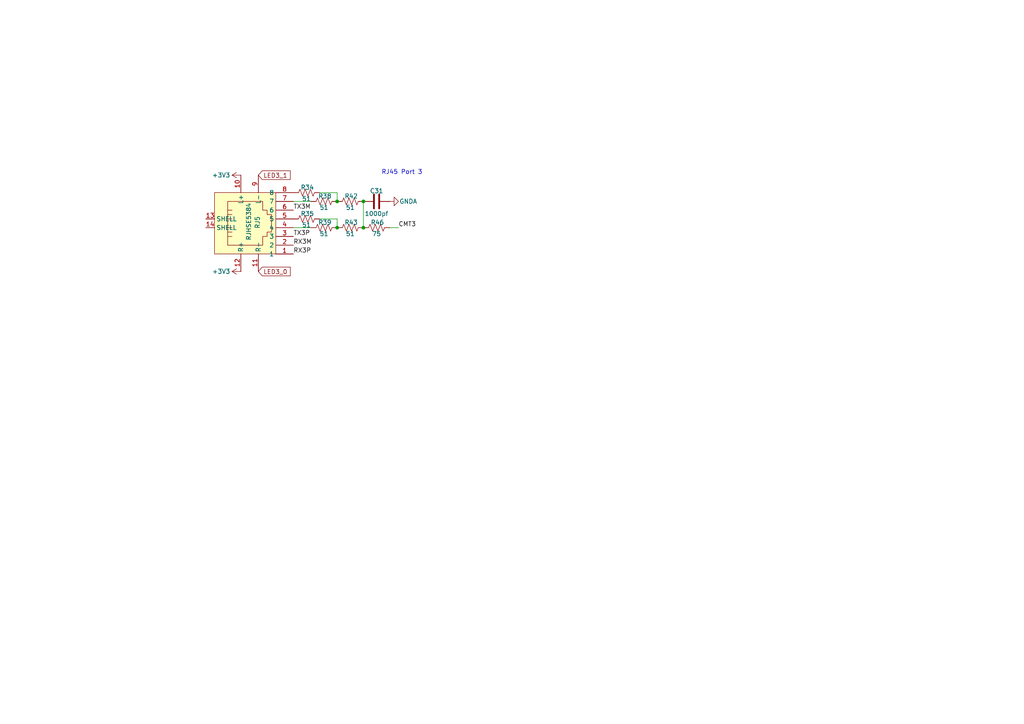
<source format=kicad_sch>
(kicad_sch (version 20250114) (generator "eeschema") (generator_version "9.0")
  (paper "A4")
  (title_block (date "2025-04-01") (rev "1") (company "Bronco Space") (comment 1 "SCALES") (comment 2 "By John Pollak"))
  (lib_symbols
    (symbol "Device:C" (pin_numbers (hide yes)) (pin_names (offset 0.254))
      (property "Reference" "C" (at 0.635 2.54 0))
      (property "Value" "C" (at 0.635 -2.54 0))
      (symbol "C_0_1"
        (polyline (pts (xy -2.032 0.762) (xy 2.032 0.762)) (stroke (width 0.508)))
        (polyline (pts (xy -2.032 -0.762) (xy 2.032 -0.762)) (stroke (width 0.508)))
      )
      (symbol "C_1_1"
        (pin passive line (at 0 3.81 270) (length 2.794) (name "~") (number "1"))
        (pin passive line (at 0 -3.81 90) (length 2.794) (name "~") (number "2"))
      )
    )
    (symbol "Device:R_US" (pin_numbers (hide yes)) (pin_names (offset 0))
      (property "Reference" "R" (at 2.54 0 90))
      (property "Value" "R_US" (at -2.54 0 90))
      (symbol "R_US_0_1"
        (polyline (pts (xy 0 2.286) (xy 0 2.54)))
        (polyline (pts (xy 0 2.286) (xy 1.016 1.905) (xy 0 1.524) (xy -1.016 1.143) (xy 0 0.762)))
        (polyline (pts (xy 0 0.762) (xy 1.016 0.381) (xy 0 0) (xy -1.016 -0.381) (xy 0 -0.762)))
        (polyline (pts (xy 0 -0.762) (xy 1.016 -1.143) (xy 0 -1.524) (xy -1.016 -1.905) (xy 0 -2.286)))
        (polyline (pts (xy 0 -2.286) (xy 0 -2.54)))
      )
      (symbol "R_US_1_1"
        (pin passive line (at 0 3.81 270) (length 1.27) (name "~") (number "1"))
        (pin passive line (at 0 -3.81 90) (length 1.27) (name "~") (number "2"))
      )
    )
    (symbol "easyeda2kicad:RJHSE5384"
      (property "Reference" "RJ" (at 0 17.78 0))
      (property "Value" "RJHSE5384" (at 0 -17.78 0))
      (symbol "RJHSE5384_0_1"
        (rectangle (start -10.16 10.16) (end 7.62 -7.62) (fill (type background)))
        (polyline (pts (xy -5.08 6.35) (xy -5.08 5.08) (xy -5.08 5.08)))
        (polyline (pts (xy -3.81 6.35) (xy -3.81 5.08) (xy -3.81 5.08)))
        (polyline (pts (xy -2.54 6.35) (xy -2.54 5.08) (xy -2.54 5.08)))
        (polyline (pts (xy 0 6.35) (xy 0 5.08) (xy 0 5.08)))
        (polyline (pts (xy 1.27 6.35) (xy 1.27 5.08) (xy 1.27 5.08)))
        (polyline (pts (xy 2.54 6.35) (xy 2.54 5.08) (xy 2.54 5.08)))
        (polyline (pts (xy 5.08 6.35) (xy -7.62 6.35) (xy -7.62 -3.81) (xy -5.08 -3.81) (xy -5.08 -5.08) (xy -3.81 -5.08) (xy -3.81 -5.08) (xy -3.81 -6.35) (xy 1.27 -6.35) (xy 1.27 -5.08) (xy 2.54 -5.08) (xy 2.54 -3.81) (xy 5.08 -3.81) (xy 5.08 6.35) (xy 5.08 5.08)))
        (pin unspecified line (at -15.24 2.54 0) (length 5.08) (name "R+") (number "12"))
        (pin unspecified line (at -15.24 -2.54 0) (length 5.08) (name "R-") (number "11"))
        (pin unspecified line (at -10.16 -12.7 90) (length 5.08) (name "1") (number "1"))
        (pin unspecified line (at -7.62 -12.7 90) (length 5.08) (name "2") (number "2"))
        (pin unspecified line (at -5.08 -12.7 90) (length 5.08) (name "3") (number "3"))
        (pin unspecified line (at -2.54 12.7 270) (length 2.54) (name "SHELL") (number "14"))
        (pin unspecified line (at -2.54 -12.7 90) (length 5.08) (name "4") (number "4"))
        (pin unspecified line (at 0 12.7 270) (length 2.54) (name "SHELL") (number "13"))
        (pin unspecified line (at 0 -12.7 90) (length 5.08) (name "5") (number "5"))
        (pin unspecified line (at 2.54 -12.7 90) (length 5.08) (name "6") (number "6"))
        (pin unspecified line (at 5.08 -12.7 90) (length 5.08) (name "7") (number "7"))
        (pin unspecified line (at 7.62 -12.7 90) (length 5.08) (name "8") (number "8"))
        (pin unspecified line (at 12.7 2.54 180) (length 5.08) (name "L+") (number "10"))
        (pin unspecified line (at 12.7 -2.54 180) (length 5.08) (name "L-") (number "9"))
      )
    )
    (symbol "power:+3V3" (power) (pin_numbers (hide yes)) (pin_names (offset 0) (hide yes))
      (property "Value" "+3V3" (at 0 3.556 0))
      (symbol "+3V3_0_1"
        (polyline (pts (xy -0.762 1.27) (xy 0 2.54)))
        (polyline (pts (xy 0 2.54) (xy 0.762 1.27)))
        (polyline (pts (xy 0 0) (xy 0 2.54)))
      )
      (symbol "+3V3_1_1"
        (pin power_in line (at 0 0 90) (length 0) (name "~") (number "1"))
      )
    )
    (symbol "power:GND" (power) (pin_numbers (hide yes)) (pin_names (offset 0) (hide yes))
      (property "Value" "GND" (at 0 -3.81 0))
      (symbol "GND_0_1"
        (polyline (pts (xy 0 0) (xy 0 -1.27) (xy 1.27 -1.27) (xy 0 -2.54) (xy -1.27 -1.27) (xy 0 -1.27)))
      )
      (symbol "GND_1_1"
        (pin power_in line (at 0 0 270) (length 0) (name "~") (number "1"))
      )
    )
  )
  (text "RJ45 Port 3" (at 116.586 50.038 0) (effects (font (size 1.27 1.27))))
  (junction (at 97.79 58.42))
  (junction (at 105.41 58.42))
  (junction (at 97.79 66.04))
  (junction (at 105.41 66.04))
  (wire (pts (xy 105.41 58.42) (xy 105.41 66.04)))
  (wire (pts (xy 92.71 55.88) (xy 97.79 55.88)))
  (wire (pts (xy 92.71 63.5) (xy 97.79 63.5)))
  (wire (pts (xy 97.79 58.42) (xy 97.79 55.88)))
  (wire (pts (xy 85.09 58.42) (xy 90.17 58.42)))
  (wire (pts (xy 90.17 66.04) (xy 85.09 66.04)))
  (wire (pts (xy 115.57 66.04) (xy 113.03 66.04)))
  (wire (pts (xy 97.79 63.5) (xy 97.79 66.04)))
  (label "RX3P" (at 85.09 73.66 0))
  (label "CMT3" (at 115.57 66.04 0))
  (label "TX3P" (at 85.09 68.58 0))
  (label "TX3M" (at 85.09 60.96 0))
  (label "RX3M" (at 85.09 71.12 0))
  (global_label "LED3_0" (shape input) (at 74.93 78.74 0) (property "Intersheetrefs" "${INTERSHEET_REFS}" (effects (hide yes))))
  (global_label "LED3_1" (shape input) (at 74.93 50.8 0) (property "Intersheetrefs" "${INTERSHEET_REFS}" (effects (hide yes))))
  (symbol (lib_id "Device:R_US") (at 101.6 66.04 90) (unit 1)
    (property "Reference" "R43" (at 101.854 64.516 90))
    (property "Value" "51" (at 101.6 67.818 90))
    (property "Footprint" "Resistor_SMD:R_0603_1608Metric" (effects (hide yes)))
    (property "Description" "Resistor, US symbol" (effects (hide yes)))
  )
  (symbol (lib_id "power:+3V3") (at 69.85 78.74 90) (unit 1)
    (property "Reference" "#PWR087" (effects (hide yes)))
    (property "Value" "+3V3" (at 66.802 78.74 90) (effects (justify left)))
    (property "Description" "Power symbol creates a global label with name \"+3V3\"" (effects (hide yes)))
  )
  (symbol (lib_id "Device:R_US") (at 109.22 66.04 90) (unit 1)
    (property "Reference" "R46" (at 109.474 64.516 90))
    (property "Value" "75" (at 109.22 67.818 90))
    (property "Footprint" "Resistor_SMD:R_0603_1608Metric" (effects (hide yes)))
    (property "Description" "Resistor, US symbol" (effects (hide yes)))
  )
  (symbol (lib_id "Device:R_US") (at 93.98 58.42 90) (unit 1)
    (property "Reference" "R38" (at 94.234 56.896 90))
    (property "Value" "51" (at 93.98 60.198 90))
    (property "Footprint" "Resistor_SMD:R_0603_1608Metric" (effects (hide yes)))
    (property "Description" "Resistor, US symbol" (effects (hide yes)))
  )
  (symbol (lib_id "Device:C") (at 109.22 58.42 90) (unit 1)
    (property "Reference" "C31" (at 109.22 55.372 90))
    (property "Value" "1000pf" (at 109.22 61.976 90))
    (property "Footprint" "Capacitor_SMD:C_0402_1005Metric" (effects (hide yes)))
    (property "Description" "Unpolarized capacitor" (effects (hide yes)))
  )
  (symbol (lib_id "easyeda2kicad:RJHSE5384") (at 72.39 63.5 90) (unit 1)
    (property "Reference" "RJ5" (at 74.676 64.516 0))
    (property "Value" "RJHSE5384" (at 72.136 64.262 0))
    (property "Footprint" "easyeda2kicad:RJ45-TH_RJHSE5384" (effects (hide yes)))
    (property "Datasheet" "https://jlcpcb.com/partdetail/AmphenolIcc-RJHSE5384/C464587" (effects (hide yes)))
    (property "LCSC Part" "C464587" (effects (hide yes)))
  )
  (symbol (lib_id "Device:R_US") (at 93.98 66.04 90) (unit 1)
    (property "Reference" "R39" (at 94.234 64.516 90))
    (property "Value" "51" (at 93.98 67.818 90))
    (property "Footprint" "Resistor_SMD:R_0603_1608Metric" (effects (hide yes)))
    (property "Description" "Resistor, US symbol" (effects (hide yes)))
  )
  (symbol (lib_id "power:GND") (at 113.03 58.42 90) (unit 1)
    (property "Reference" "#PWR080" (effects (hide yes)))
    (property "Value" "GNDA" (at 115.824 58.42 90) (effects (justify right)))
    (property "Description" "Power symbol creates a global label with name \"GND\" , ground" (effects (hide yes)))
  )
  (symbol (lib_id "Device:R_US") (at 88.9 55.88 90) (unit 1)
    (property "Reference" "R34" (at 89.154 54.356 90))
    (property "Value" "51" (at 88.9 57.658 90))
    (property "Footprint" "Resistor_SMD:R_0603_1608Metric" (effects (hide yes)))
    (property "Description" "Resistor, US symbol" (effects (hide yes)))
  )
  (symbol (lib_id "Device:R_US") (at 88.9 63.5 90) (unit 1)
    (property "Reference" "R35" (at 89.154 61.976 90))
    (property "Value" "51" (at 88.9 65.278 90))
    (property "Footprint" "Resistor_SMD:R_0603_1608Metric" (effects (hide yes)))
    (property "Description" "Resistor, US symbol" (effects (hide yes)))
  )
  (symbol (lib_id "Device:R_US") (at 101.6 58.42 90) (unit 1)
    (property "Reference" "R42" (at 101.854 56.896 90))
    (property "Value" "51" (at 101.6 60.198 90))
    (property "Footprint" "Resistor_SMD:R_0603_1608Metric" (effects (hide yes)))
    (property "Description" "Resistor, US symbol" (effects (hide yes)))
  )
  (symbol (lib_id "power:+3V3") (at 69.85 50.8 90) (unit 1)
    (property "Reference" "#PWR086" (effects (hide yes)))
    (property "Value" "+3V3" (at 66.802 50.8 90) (effects (justify left)))
    (property "Description" "Power symbol creates a global label with name \"+3V3\"" (effects (hide yes)))
  )
)
</source>
